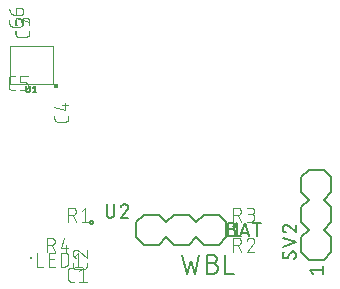
<source format=gbr>
G04 EAGLE Gerber X2 export*
%TF.Part,Single*%
%TF.FileFunction,Legend,Top,1*%
%TF.FilePolarity,Positive*%
%TF.GenerationSoftware,Autodesk,EAGLE,9.1.1*%
%TF.CreationDate,2018-08-02T16:49:24Z*%
G75*
%MOMM*%
%FSLAX34Y34*%
%LPD*%
%AMOC8*
5,1,8,0,0,1.08239X$1,22.5*%
G01*
%ADD10C,0.152400*%
%ADD11C,0.127000*%
%ADD12C,0.076200*%
%ADD13C,0.101600*%
%ADD14R,0.250000X0.250000*%
%ADD15C,0.400000*%


D10*
X1219962Y423418D02*
X1223574Y407162D01*
X1227187Y417999D01*
X1230799Y407162D01*
X1234412Y423418D01*
X1241119Y416193D02*
X1245634Y416193D01*
X1245634Y416194D02*
X1245767Y416192D01*
X1245899Y416186D01*
X1246031Y416176D01*
X1246163Y416163D01*
X1246295Y416145D01*
X1246425Y416124D01*
X1246556Y416099D01*
X1246685Y416070D01*
X1246813Y416037D01*
X1246941Y416001D01*
X1247067Y415961D01*
X1247192Y415917D01*
X1247316Y415869D01*
X1247438Y415818D01*
X1247559Y415763D01*
X1247678Y415705D01*
X1247796Y415643D01*
X1247911Y415578D01*
X1248025Y415509D01*
X1248136Y415438D01*
X1248245Y415362D01*
X1248352Y415284D01*
X1248457Y415203D01*
X1248559Y415118D01*
X1248659Y415031D01*
X1248756Y414941D01*
X1248851Y414848D01*
X1248942Y414752D01*
X1249031Y414654D01*
X1249117Y414553D01*
X1249200Y414449D01*
X1249280Y414343D01*
X1249356Y414235D01*
X1249430Y414125D01*
X1249500Y414012D01*
X1249567Y413898D01*
X1249630Y413781D01*
X1249690Y413663D01*
X1249747Y413543D01*
X1249800Y413421D01*
X1249849Y413298D01*
X1249895Y413174D01*
X1249937Y413048D01*
X1249975Y412921D01*
X1250010Y412793D01*
X1250041Y412664D01*
X1250068Y412535D01*
X1250091Y412404D01*
X1250111Y412273D01*
X1250126Y412141D01*
X1250138Y412009D01*
X1250146Y411877D01*
X1250150Y411744D01*
X1250150Y411612D01*
X1250146Y411479D01*
X1250138Y411347D01*
X1250126Y411215D01*
X1250111Y411083D01*
X1250091Y410952D01*
X1250068Y410821D01*
X1250041Y410692D01*
X1250010Y410563D01*
X1249975Y410435D01*
X1249937Y410308D01*
X1249895Y410182D01*
X1249849Y410058D01*
X1249800Y409935D01*
X1249747Y409813D01*
X1249690Y409693D01*
X1249630Y409575D01*
X1249567Y409458D01*
X1249500Y409344D01*
X1249430Y409231D01*
X1249356Y409121D01*
X1249280Y409013D01*
X1249200Y408907D01*
X1249117Y408803D01*
X1249031Y408702D01*
X1248942Y408604D01*
X1248851Y408508D01*
X1248756Y408415D01*
X1248659Y408325D01*
X1248559Y408238D01*
X1248457Y408153D01*
X1248352Y408072D01*
X1248245Y407994D01*
X1248136Y407918D01*
X1248025Y407847D01*
X1247911Y407778D01*
X1247796Y407713D01*
X1247678Y407651D01*
X1247559Y407593D01*
X1247438Y407538D01*
X1247316Y407487D01*
X1247192Y407439D01*
X1247067Y407395D01*
X1246941Y407355D01*
X1246813Y407319D01*
X1246685Y407286D01*
X1246556Y407257D01*
X1246425Y407232D01*
X1246295Y407211D01*
X1246163Y407193D01*
X1246031Y407180D01*
X1245899Y407170D01*
X1245767Y407164D01*
X1245634Y407162D01*
X1241119Y407162D01*
X1241119Y423418D01*
X1245634Y423418D01*
X1245753Y423416D01*
X1245873Y423410D01*
X1245992Y423400D01*
X1246110Y423386D01*
X1246229Y423369D01*
X1246346Y423347D01*
X1246463Y423322D01*
X1246578Y423292D01*
X1246693Y423259D01*
X1246807Y423222D01*
X1246919Y423182D01*
X1247030Y423137D01*
X1247139Y423089D01*
X1247247Y423038D01*
X1247353Y422983D01*
X1247457Y422924D01*
X1247559Y422862D01*
X1247659Y422797D01*
X1247757Y422728D01*
X1247853Y422656D01*
X1247946Y422581D01*
X1248036Y422504D01*
X1248124Y422423D01*
X1248209Y422339D01*
X1248291Y422252D01*
X1248371Y422163D01*
X1248447Y422071D01*
X1248521Y421977D01*
X1248591Y421880D01*
X1248658Y421782D01*
X1248722Y421681D01*
X1248782Y421577D01*
X1248839Y421472D01*
X1248892Y421365D01*
X1248942Y421257D01*
X1248988Y421147D01*
X1249030Y421035D01*
X1249069Y420922D01*
X1249104Y420808D01*
X1249135Y420693D01*
X1249163Y420576D01*
X1249186Y420459D01*
X1249206Y420342D01*
X1249222Y420223D01*
X1249234Y420104D01*
X1249242Y419985D01*
X1249246Y419866D01*
X1249246Y419746D01*
X1249242Y419627D01*
X1249234Y419508D01*
X1249222Y419389D01*
X1249206Y419270D01*
X1249186Y419153D01*
X1249163Y419036D01*
X1249135Y418919D01*
X1249104Y418804D01*
X1249069Y418690D01*
X1249030Y418577D01*
X1248988Y418465D01*
X1248942Y418355D01*
X1248892Y418247D01*
X1248839Y418140D01*
X1248782Y418035D01*
X1248722Y417931D01*
X1248658Y417830D01*
X1248591Y417732D01*
X1248521Y417635D01*
X1248447Y417541D01*
X1248371Y417449D01*
X1248291Y417360D01*
X1248209Y417273D01*
X1248124Y417189D01*
X1248036Y417108D01*
X1247946Y417031D01*
X1247853Y416956D01*
X1247757Y416884D01*
X1247659Y416815D01*
X1247559Y416750D01*
X1247457Y416688D01*
X1247353Y416629D01*
X1247247Y416574D01*
X1247139Y416523D01*
X1247030Y416475D01*
X1246919Y416430D01*
X1246807Y416390D01*
X1246693Y416353D01*
X1246578Y416320D01*
X1246463Y416290D01*
X1246346Y416265D01*
X1246229Y416243D01*
X1246110Y416226D01*
X1245992Y416212D01*
X1245873Y416202D01*
X1245753Y416196D01*
X1245634Y416194D01*
X1256569Y423418D02*
X1256569Y407162D01*
X1263794Y407162D01*
X1250950Y431800D02*
X1238250Y431800D01*
X1231900Y438150D01*
X1231900Y450850D02*
X1238250Y457200D01*
X1231900Y438150D02*
X1225550Y431800D01*
X1212850Y431800D01*
X1206500Y438150D01*
X1206500Y450850D02*
X1212850Y457200D01*
X1225550Y457200D01*
X1231900Y450850D01*
X1257300Y450850D02*
X1257300Y438150D01*
X1250950Y431800D01*
X1257300Y450850D02*
X1250950Y457200D01*
X1238250Y457200D01*
X1206500Y438150D02*
X1200150Y431800D01*
X1187450Y431800D01*
X1181100Y438150D01*
X1181100Y450850D02*
X1187450Y457200D01*
X1200150Y457200D01*
X1206500Y450850D01*
X1181100Y450850D02*
X1181100Y438150D01*
D11*
X1263015Y447675D02*
X1266190Y450215D01*
X1266190Y438785D01*
X1263015Y438785D02*
X1269365Y438785D01*
X1261872Y445135D02*
X1258697Y445135D01*
X1261872Y445135D02*
X1261983Y445133D01*
X1262093Y445127D01*
X1262204Y445118D01*
X1262314Y445104D01*
X1262423Y445087D01*
X1262532Y445066D01*
X1262640Y445041D01*
X1262747Y445012D01*
X1262853Y444980D01*
X1262958Y444944D01*
X1263061Y444904D01*
X1263163Y444861D01*
X1263264Y444814D01*
X1263363Y444763D01*
X1263460Y444710D01*
X1263554Y444653D01*
X1263647Y444592D01*
X1263738Y444529D01*
X1263827Y444462D01*
X1263913Y444392D01*
X1263996Y444319D01*
X1264078Y444244D01*
X1264156Y444166D01*
X1264231Y444084D01*
X1264304Y444001D01*
X1264374Y443915D01*
X1264441Y443826D01*
X1264504Y443735D01*
X1264565Y443642D01*
X1264622Y443547D01*
X1264675Y443451D01*
X1264726Y443352D01*
X1264773Y443251D01*
X1264816Y443149D01*
X1264856Y443046D01*
X1264892Y442941D01*
X1264924Y442835D01*
X1264953Y442728D01*
X1264978Y442620D01*
X1264999Y442511D01*
X1265016Y442402D01*
X1265030Y442292D01*
X1265039Y442181D01*
X1265045Y442071D01*
X1265047Y441960D01*
X1265045Y441849D01*
X1265039Y441739D01*
X1265030Y441628D01*
X1265016Y441518D01*
X1264999Y441409D01*
X1264978Y441300D01*
X1264953Y441192D01*
X1264924Y441085D01*
X1264892Y440979D01*
X1264856Y440874D01*
X1264816Y440771D01*
X1264773Y440669D01*
X1264726Y440568D01*
X1264675Y440469D01*
X1264622Y440372D01*
X1264565Y440278D01*
X1264504Y440185D01*
X1264441Y440094D01*
X1264374Y440005D01*
X1264304Y439919D01*
X1264231Y439836D01*
X1264156Y439754D01*
X1264078Y439676D01*
X1263996Y439601D01*
X1263913Y439528D01*
X1263827Y439458D01*
X1263738Y439391D01*
X1263647Y439328D01*
X1263554Y439267D01*
X1263460Y439210D01*
X1263363Y439157D01*
X1263264Y439106D01*
X1263163Y439059D01*
X1263061Y439016D01*
X1262958Y438976D01*
X1262853Y438940D01*
X1262747Y438908D01*
X1262640Y438879D01*
X1262532Y438854D01*
X1262423Y438833D01*
X1262314Y438816D01*
X1262204Y438802D01*
X1262093Y438793D01*
X1261983Y438787D01*
X1261872Y438785D01*
X1258697Y438785D01*
X1258697Y450215D01*
X1261872Y450215D01*
X1261972Y450213D01*
X1262071Y450207D01*
X1262171Y450197D01*
X1262269Y450184D01*
X1262368Y450166D01*
X1262465Y450145D01*
X1262561Y450120D01*
X1262657Y450091D01*
X1262751Y450058D01*
X1262844Y450022D01*
X1262935Y449982D01*
X1263025Y449938D01*
X1263113Y449891D01*
X1263199Y449841D01*
X1263283Y449787D01*
X1263365Y449730D01*
X1263444Y449670D01*
X1263522Y449606D01*
X1263596Y449540D01*
X1263668Y449471D01*
X1263737Y449399D01*
X1263803Y449325D01*
X1263867Y449247D01*
X1263927Y449168D01*
X1263984Y449086D01*
X1264038Y449002D01*
X1264088Y448916D01*
X1264135Y448828D01*
X1264179Y448738D01*
X1264219Y448647D01*
X1264255Y448554D01*
X1264288Y448460D01*
X1264317Y448364D01*
X1264342Y448268D01*
X1264363Y448171D01*
X1264381Y448072D01*
X1264394Y447974D01*
X1264404Y447874D01*
X1264410Y447775D01*
X1264412Y447675D01*
X1264410Y447575D01*
X1264404Y447476D01*
X1264394Y447376D01*
X1264381Y447278D01*
X1264363Y447179D01*
X1264342Y447082D01*
X1264317Y446986D01*
X1264288Y446890D01*
X1264255Y446796D01*
X1264219Y446703D01*
X1264179Y446612D01*
X1264135Y446522D01*
X1264088Y446434D01*
X1264038Y446348D01*
X1263984Y446264D01*
X1263927Y446182D01*
X1263867Y446103D01*
X1263803Y446025D01*
X1263737Y445951D01*
X1263668Y445879D01*
X1263596Y445810D01*
X1263522Y445744D01*
X1263444Y445680D01*
X1263365Y445620D01*
X1263283Y445563D01*
X1263199Y445509D01*
X1263113Y445459D01*
X1263025Y445412D01*
X1262935Y445368D01*
X1262844Y445328D01*
X1262751Y445292D01*
X1262657Y445259D01*
X1262561Y445230D01*
X1262465Y445205D01*
X1262368Y445184D01*
X1262269Y445166D01*
X1262171Y445153D01*
X1262071Y445143D01*
X1261972Y445137D01*
X1261872Y445135D01*
X1268921Y438785D02*
X1272731Y450215D01*
X1276541Y438785D01*
X1275588Y441643D02*
X1269873Y441643D01*
X1283399Y438785D02*
X1283399Y450215D01*
X1280224Y450215D02*
X1286574Y450215D01*
D12*
X1128621Y400431D02*
X1125968Y400431D01*
X1125866Y400433D01*
X1125765Y400439D01*
X1125664Y400449D01*
X1125563Y400462D01*
X1125463Y400480D01*
X1125364Y400501D01*
X1125265Y400526D01*
X1125168Y400555D01*
X1125071Y400587D01*
X1124976Y400623D01*
X1124883Y400663D01*
X1124791Y400706D01*
X1124701Y400753D01*
X1124612Y400804D01*
X1124526Y400857D01*
X1124442Y400914D01*
X1124360Y400974D01*
X1124280Y401037D01*
X1124203Y401103D01*
X1124128Y401172D01*
X1124056Y401244D01*
X1123987Y401319D01*
X1123921Y401396D01*
X1123858Y401476D01*
X1123798Y401558D01*
X1123741Y401642D01*
X1123688Y401728D01*
X1123637Y401817D01*
X1123590Y401907D01*
X1123547Y401999D01*
X1123507Y402092D01*
X1123471Y402187D01*
X1123439Y402284D01*
X1123410Y402381D01*
X1123385Y402480D01*
X1123364Y402579D01*
X1123346Y402679D01*
X1123333Y402780D01*
X1123323Y402881D01*
X1123317Y402982D01*
X1123315Y403084D01*
X1123315Y409716D01*
X1123317Y409818D01*
X1123323Y409919D01*
X1123333Y410020D01*
X1123346Y410121D01*
X1123364Y410221D01*
X1123385Y410320D01*
X1123410Y410419D01*
X1123439Y410516D01*
X1123471Y410613D01*
X1123507Y410708D01*
X1123547Y410801D01*
X1123590Y410893D01*
X1123637Y410983D01*
X1123688Y411072D01*
X1123741Y411158D01*
X1123798Y411242D01*
X1123858Y411324D01*
X1123921Y411404D01*
X1123987Y411481D01*
X1124056Y411556D01*
X1124128Y411628D01*
X1124203Y411697D01*
X1124280Y411763D01*
X1124360Y411826D01*
X1124442Y411886D01*
X1124526Y411943D01*
X1124612Y411996D01*
X1124701Y412047D01*
X1124791Y412094D01*
X1124883Y412137D01*
X1124976Y412177D01*
X1125071Y412213D01*
X1125168Y412245D01*
X1125265Y412274D01*
X1125363Y412299D01*
X1125463Y412320D01*
X1125563Y412338D01*
X1125664Y412351D01*
X1125765Y412361D01*
X1125866Y412367D01*
X1125968Y412369D01*
X1128621Y412369D01*
X1132869Y409716D02*
X1136185Y412369D01*
X1136185Y400431D01*
X1132869Y400431D02*
X1139501Y400431D01*
X1139063Y413660D02*
X1139063Y416313D01*
X1139063Y413660D02*
X1139061Y413558D01*
X1139055Y413457D01*
X1139045Y413356D01*
X1139032Y413255D01*
X1139014Y413155D01*
X1138993Y413056D01*
X1138968Y412957D01*
X1138939Y412860D01*
X1138907Y412763D01*
X1138871Y412668D01*
X1138831Y412575D01*
X1138788Y412483D01*
X1138741Y412393D01*
X1138690Y412304D01*
X1138637Y412218D01*
X1138580Y412134D01*
X1138520Y412052D01*
X1138457Y411972D01*
X1138391Y411895D01*
X1138322Y411820D01*
X1138250Y411748D01*
X1138175Y411679D01*
X1138098Y411613D01*
X1138018Y411550D01*
X1137936Y411490D01*
X1137852Y411433D01*
X1137766Y411380D01*
X1137677Y411329D01*
X1137587Y411282D01*
X1137495Y411239D01*
X1137402Y411199D01*
X1137307Y411163D01*
X1137210Y411131D01*
X1137113Y411102D01*
X1137014Y411077D01*
X1136915Y411056D01*
X1136815Y411038D01*
X1136714Y411025D01*
X1136613Y411015D01*
X1136512Y411009D01*
X1136410Y411007D01*
X1129778Y411007D01*
X1129676Y411009D01*
X1129575Y411015D01*
X1129474Y411025D01*
X1129373Y411038D01*
X1129273Y411056D01*
X1129174Y411077D01*
X1129075Y411102D01*
X1128978Y411131D01*
X1128881Y411163D01*
X1128786Y411199D01*
X1128693Y411239D01*
X1128601Y411282D01*
X1128511Y411329D01*
X1128422Y411380D01*
X1128336Y411433D01*
X1128252Y411490D01*
X1128170Y411550D01*
X1128090Y411613D01*
X1128013Y411679D01*
X1127938Y411748D01*
X1127866Y411820D01*
X1127797Y411895D01*
X1127731Y411972D01*
X1127668Y412052D01*
X1127608Y412134D01*
X1127551Y412218D01*
X1127498Y412304D01*
X1127447Y412393D01*
X1127400Y412483D01*
X1127357Y412575D01*
X1127317Y412668D01*
X1127281Y412763D01*
X1127249Y412859D01*
X1127220Y412957D01*
X1127195Y413055D01*
X1127174Y413155D01*
X1127156Y413255D01*
X1127143Y413356D01*
X1127133Y413457D01*
X1127127Y413558D01*
X1127125Y413660D01*
X1127125Y416313D01*
X1127125Y424209D02*
X1127127Y424316D01*
X1127133Y424422D01*
X1127142Y424528D01*
X1127155Y424634D01*
X1127172Y424739D01*
X1127193Y424844D01*
X1127218Y424947D01*
X1127246Y425050D01*
X1127278Y425152D01*
X1127313Y425252D01*
X1127352Y425351D01*
X1127395Y425449D01*
X1127441Y425545D01*
X1127490Y425640D01*
X1127543Y425732D01*
X1127599Y425823D01*
X1127658Y425911D01*
X1127720Y425998D01*
X1127786Y426082D01*
X1127854Y426164D01*
X1127925Y426243D01*
X1127999Y426320D01*
X1128076Y426394D01*
X1128155Y426465D01*
X1128237Y426533D01*
X1128321Y426599D01*
X1128408Y426661D01*
X1128496Y426720D01*
X1128587Y426776D01*
X1128679Y426829D01*
X1128774Y426878D01*
X1128870Y426924D01*
X1128968Y426967D01*
X1129067Y427006D01*
X1129167Y427041D01*
X1129269Y427073D01*
X1129372Y427101D01*
X1129475Y427126D01*
X1129580Y427147D01*
X1129685Y427164D01*
X1129791Y427177D01*
X1129897Y427186D01*
X1130003Y427192D01*
X1130110Y427194D01*
X1127125Y424209D02*
X1127127Y424088D01*
X1127133Y423968D01*
X1127142Y423848D01*
X1127155Y423728D01*
X1127172Y423609D01*
X1127193Y423490D01*
X1127217Y423372D01*
X1127246Y423255D01*
X1127277Y423139D01*
X1127313Y423023D01*
X1127352Y422909D01*
X1127395Y422797D01*
X1127441Y422685D01*
X1127490Y422575D01*
X1127544Y422467D01*
X1127600Y422361D01*
X1127660Y422256D01*
X1127723Y422153D01*
X1127789Y422053D01*
X1127858Y421954D01*
X1127931Y421858D01*
X1128006Y421764D01*
X1128084Y421672D01*
X1128166Y421583D01*
X1128250Y421496D01*
X1128336Y421412D01*
X1128425Y421331D01*
X1128517Y421253D01*
X1128611Y421178D01*
X1128708Y421106D01*
X1128806Y421036D01*
X1128907Y420970D01*
X1129010Y420907D01*
X1129115Y420848D01*
X1129221Y420791D01*
X1129330Y420738D01*
X1129439Y420689D01*
X1129551Y420643D01*
X1129664Y420600D01*
X1129778Y420562D01*
X1132432Y426199D02*
X1132352Y426279D01*
X1132270Y426357D01*
X1132186Y426431D01*
X1132098Y426503D01*
X1132009Y426571D01*
X1131916Y426637D01*
X1131822Y426699D01*
X1131726Y426757D01*
X1131627Y426812D01*
X1131527Y426864D01*
X1131425Y426912D01*
X1131321Y426957D01*
X1131216Y426997D01*
X1131109Y427034D01*
X1131001Y427068D01*
X1130892Y427097D01*
X1130782Y427123D01*
X1130671Y427144D01*
X1130560Y427162D01*
X1130448Y427176D01*
X1130336Y427186D01*
X1130223Y427192D01*
X1130110Y427194D01*
X1132431Y426198D02*
X1139063Y420561D01*
X1139063Y427193D01*
D13*
X1090346Y610420D02*
X1090346Y613017D01*
X1090346Y610420D02*
X1090344Y610321D01*
X1090338Y610221D01*
X1090329Y610122D01*
X1090316Y610024D01*
X1090299Y609926D01*
X1090278Y609828D01*
X1090253Y609732D01*
X1090225Y609637D01*
X1090193Y609543D01*
X1090158Y609450D01*
X1090119Y609358D01*
X1090076Y609268D01*
X1090031Y609180D01*
X1089981Y609093D01*
X1089929Y609009D01*
X1089873Y608926D01*
X1089815Y608846D01*
X1089753Y608768D01*
X1089688Y608693D01*
X1089620Y608620D01*
X1089550Y608550D01*
X1089477Y608482D01*
X1089402Y608417D01*
X1089324Y608355D01*
X1089244Y608297D01*
X1089161Y608241D01*
X1089077Y608189D01*
X1088990Y608139D01*
X1088902Y608094D01*
X1088812Y608051D01*
X1088720Y608012D01*
X1088627Y607977D01*
X1088533Y607945D01*
X1088438Y607917D01*
X1088342Y607892D01*
X1088244Y607871D01*
X1088146Y607854D01*
X1088048Y607841D01*
X1087949Y607832D01*
X1087849Y607826D01*
X1087750Y607824D01*
X1081258Y607824D01*
X1081159Y607826D01*
X1081059Y607832D01*
X1080960Y607841D01*
X1080862Y607854D01*
X1080764Y607872D01*
X1080666Y607892D01*
X1080570Y607917D01*
X1080474Y607945D01*
X1080380Y607977D01*
X1080287Y608012D01*
X1080196Y608051D01*
X1080106Y608094D01*
X1080017Y608139D01*
X1079931Y608189D01*
X1079846Y608241D01*
X1079764Y608297D01*
X1079684Y608356D01*
X1079606Y608417D01*
X1079530Y608482D01*
X1079457Y608550D01*
X1079387Y608620D01*
X1079319Y608693D01*
X1079254Y608769D01*
X1079193Y608847D01*
X1079134Y608927D01*
X1079078Y609009D01*
X1079026Y609094D01*
X1078977Y609180D01*
X1078931Y609269D01*
X1078888Y609359D01*
X1078849Y609450D01*
X1078814Y609543D01*
X1078782Y609637D01*
X1078754Y609733D01*
X1078729Y609829D01*
X1078709Y609927D01*
X1078691Y610025D01*
X1078678Y610123D01*
X1078669Y610222D01*
X1078663Y610321D01*
X1078661Y610421D01*
X1078662Y610420D02*
X1078662Y613017D01*
X1090346Y617382D02*
X1090346Y620628D01*
X1090344Y620741D01*
X1090338Y620854D01*
X1090328Y620967D01*
X1090314Y621080D01*
X1090297Y621192D01*
X1090275Y621303D01*
X1090250Y621413D01*
X1090220Y621523D01*
X1090187Y621631D01*
X1090150Y621738D01*
X1090110Y621844D01*
X1090065Y621948D01*
X1090017Y622051D01*
X1089966Y622152D01*
X1089911Y622251D01*
X1089853Y622348D01*
X1089791Y622443D01*
X1089726Y622536D01*
X1089658Y622626D01*
X1089587Y622714D01*
X1089512Y622800D01*
X1089435Y622883D01*
X1089355Y622963D01*
X1089272Y623040D01*
X1089186Y623115D01*
X1089098Y623186D01*
X1089008Y623254D01*
X1088915Y623319D01*
X1088820Y623381D01*
X1088723Y623439D01*
X1088624Y623494D01*
X1088523Y623545D01*
X1088420Y623593D01*
X1088316Y623638D01*
X1088210Y623678D01*
X1088103Y623715D01*
X1087995Y623748D01*
X1087885Y623778D01*
X1087775Y623803D01*
X1087664Y623825D01*
X1087552Y623842D01*
X1087439Y623856D01*
X1087326Y623866D01*
X1087213Y623872D01*
X1087100Y623874D01*
X1086987Y623872D01*
X1086874Y623866D01*
X1086761Y623856D01*
X1086648Y623842D01*
X1086536Y623825D01*
X1086425Y623803D01*
X1086315Y623778D01*
X1086205Y623748D01*
X1086097Y623715D01*
X1085990Y623678D01*
X1085884Y623638D01*
X1085780Y623593D01*
X1085677Y623545D01*
X1085576Y623494D01*
X1085477Y623439D01*
X1085380Y623381D01*
X1085285Y623319D01*
X1085192Y623254D01*
X1085102Y623186D01*
X1085014Y623115D01*
X1084928Y623040D01*
X1084845Y622963D01*
X1084765Y622883D01*
X1084688Y622800D01*
X1084613Y622714D01*
X1084542Y622626D01*
X1084474Y622536D01*
X1084409Y622443D01*
X1084347Y622348D01*
X1084289Y622251D01*
X1084234Y622152D01*
X1084183Y622051D01*
X1084135Y621948D01*
X1084090Y621844D01*
X1084050Y621738D01*
X1084013Y621631D01*
X1083980Y621523D01*
X1083950Y621413D01*
X1083925Y621303D01*
X1083903Y621192D01*
X1083886Y621080D01*
X1083872Y620967D01*
X1083862Y620854D01*
X1083856Y620741D01*
X1083854Y620628D01*
X1078662Y621277D02*
X1078662Y617382D01*
X1078662Y621277D02*
X1078664Y621378D01*
X1078670Y621478D01*
X1078680Y621578D01*
X1078693Y621678D01*
X1078711Y621777D01*
X1078732Y621876D01*
X1078757Y621973D01*
X1078786Y622070D01*
X1078819Y622165D01*
X1078855Y622259D01*
X1078895Y622351D01*
X1078938Y622442D01*
X1078985Y622531D01*
X1079035Y622618D01*
X1079089Y622704D01*
X1079146Y622787D01*
X1079206Y622867D01*
X1079269Y622946D01*
X1079336Y623022D01*
X1079405Y623095D01*
X1079477Y623165D01*
X1079551Y623233D01*
X1079628Y623298D01*
X1079708Y623359D01*
X1079790Y623418D01*
X1079874Y623473D01*
X1079960Y623525D01*
X1080048Y623574D01*
X1080138Y623619D01*
X1080230Y623661D01*
X1080323Y623699D01*
X1080418Y623733D01*
X1080513Y623764D01*
X1080610Y623791D01*
X1080708Y623814D01*
X1080807Y623834D01*
X1080907Y623849D01*
X1081007Y623861D01*
X1081107Y623869D01*
X1081208Y623873D01*
X1081308Y623873D01*
X1081409Y623869D01*
X1081509Y623861D01*
X1081609Y623849D01*
X1081709Y623834D01*
X1081808Y623814D01*
X1081906Y623791D01*
X1082003Y623764D01*
X1082098Y623733D01*
X1082193Y623699D01*
X1082286Y623661D01*
X1082378Y623619D01*
X1082468Y623574D01*
X1082556Y623525D01*
X1082642Y623473D01*
X1082726Y623418D01*
X1082808Y623359D01*
X1082888Y623298D01*
X1082965Y623233D01*
X1083039Y623165D01*
X1083111Y623095D01*
X1083180Y623022D01*
X1083247Y622946D01*
X1083310Y622867D01*
X1083370Y622787D01*
X1083427Y622704D01*
X1083481Y622618D01*
X1083531Y622531D01*
X1083578Y622442D01*
X1083621Y622351D01*
X1083661Y622259D01*
X1083697Y622165D01*
X1083730Y622070D01*
X1083759Y621973D01*
X1083784Y621876D01*
X1083805Y621777D01*
X1083823Y621678D01*
X1083836Y621578D01*
X1083846Y621478D01*
X1083852Y621378D01*
X1083854Y621277D01*
X1083855Y621277D02*
X1083855Y618680D01*
X1123442Y541086D02*
X1123442Y538489D01*
X1123440Y538390D01*
X1123434Y538290D01*
X1123425Y538191D01*
X1123412Y538093D01*
X1123395Y537995D01*
X1123374Y537897D01*
X1123349Y537801D01*
X1123321Y537706D01*
X1123289Y537612D01*
X1123254Y537519D01*
X1123215Y537427D01*
X1123172Y537337D01*
X1123127Y537249D01*
X1123077Y537162D01*
X1123025Y537078D01*
X1122969Y536995D01*
X1122911Y536915D01*
X1122849Y536837D01*
X1122784Y536762D01*
X1122716Y536689D01*
X1122646Y536619D01*
X1122573Y536551D01*
X1122498Y536486D01*
X1122420Y536424D01*
X1122340Y536366D01*
X1122257Y536310D01*
X1122173Y536258D01*
X1122086Y536208D01*
X1121998Y536163D01*
X1121908Y536120D01*
X1121816Y536081D01*
X1121723Y536046D01*
X1121629Y536014D01*
X1121534Y535986D01*
X1121438Y535961D01*
X1121340Y535940D01*
X1121242Y535923D01*
X1121144Y535910D01*
X1121045Y535901D01*
X1120945Y535895D01*
X1120846Y535893D01*
X1114354Y535893D01*
X1114354Y535892D02*
X1114255Y535894D01*
X1114155Y535900D01*
X1114056Y535909D01*
X1113958Y535922D01*
X1113860Y535940D01*
X1113762Y535960D01*
X1113666Y535985D01*
X1113570Y536013D01*
X1113476Y536045D01*
X1113383Y536080D01*
X1113292Y536119D01*
X1113202Y536162D01*
X1113113Y536207D01*
X1113027Y536257D01*
X1112942Y536309D01*
X1112860Y536365D01*
X1112780Y536424D01*
X1112702Y536485D01*
X1112626Y536550D01*
X1112553Y536618D01*
X1112483Y536688D01*
X1112415Y536761D01*
X1112350Y536837D01*
X1112289Y536915D01*
X1112230Y536995D01*
X1112174Y537077D01*
X1112122Y537162D01*
X1112073Y537248D01*
X1112027Y537337D01*
X1111984Y537427D01*
X1111945Y537518D01*
X1111910Y537611D01*
X1111878Y537705D01*
X1111850Y537801D01*
X1111825Y537897D01*
X1111805Y537995D01*
X1111787Y538093D01*
X1111774Y538191D01*
X1111765Y538290D01*
X1111759Y538389D01*
X1111757Y538489D01*
X1111758Y538489D02*
X1111758Y541086D01*
X1111758Y548047D02*
X1120846Y545451D01*
X1120846Y551942D01*
X1118249Y549995D02*
X1123442Y549995D01*
X1078220Y562862D02*
X1075623Y562862D01*
X1075524Y562864D01*
X1075424Y562870D01*
X1075325Y562879D01*
X1075227Y562892D01*
X1075129Y562909D01*
X1075031Y562930D01*
X1074935Y562955D01*
X1074840Y562983D01*
X1074746Y563015D01*
X1074653Y563050D01*
X1074561Y563089D01*
X1074471Y563132D01*
X1074383Y563177D01*
X1074296Y563227D01*
X1074212Y563279D01*
X1074129Y563335D01*
X1074049Y563393D01*
X1073971Y563455D01*
X1073896Y563520D01*
X1073823Y563588D01*
X1073753Y563658D01*
X1073685Y563731D01*
X1073620Y563806D01*
X1073558Y563884D01*
X1073500Y563964D01*
X1073444Y564047D01*
X1073392Y564131D01*
X1073342Y564218D01*
X1073297Y564306D01*
X1073254Y564396D01*
X1073215Y564488D01*
X1073180Y564581D01*
X1073148Y564675D01*
X1073120Y564770D01*
X1073095Y564866D01*
X1073074Y564964D01*
X1073057Y565062D01*
X1073044Y565160D01*
X1073035Y565259D01*
X1073029Y565359D01*
X1073027Y565458D01*
X1073027Y571950D01*
X1073029Y572049D01*
X1073035Y572149D01*
X1073044Y572248D01*
X1073057Y572346D01*
X1073074Y572444D01*
X1073095Y572542D01*
X1073120Y572638D01*
X1073148Y572733D01*
X1073180Y572827D01*
X1073215Y572920D01*
X1073254Y573012D01*
X1073297Y573102D01*
X1073342Y573190D01*
X1073392Y573277D01*
X1073444Y573361D01*
X1073500Y573444D01*
X1073558Y573524D01*
X1073620Y573602D01*
X1073685Y573677D01*
X1073753Y573750D01*
X1073823Y573820D01*
X1073896Y573888D01*
X1073971Y573953D01*
X1074049Y574015D01*
X1074129Y574073D01*
X1074212Y574129D01*
X1074296Y574181D01*
X1074383Y574231D01*
X1074471Y574276D01*
X1074561Y574319D01*
X1074653Y574358D01*
X1074745Y574393D01*
X1074840Y574425D01*
X1074935Y574453D01*
X1075031Y574478D01*
X1075129Y574499D01*
X1075227Y574516D01*
X1075325Y574529D01*
X1075424Y574538D01*
X1075524Y574544D01*
X1075623Y574546D01*
X1078220Y574546D01*
X1082585Y562862D02*
X1086480Y562862D01*
X1086579Y562864D01*
X1086679Y562870D01*
X1086778Y562879D01*
X1086876Y562892D01*
X1086974Y562909D01*
X1087072Y562930D01*
X1087168Y562955D01*
X1087263Y562983D01*
X1087357Y563015D01*
X1087450Y563050D01*
X1087542Y563089D01*
X1087632Y563132D01*
X1087720Y563177D01*
X1087807Y563227D01*
X1087891Y563279D01*
X1087974Y563335D01*
X1088054Y563393D01*
X1088132Y563455D01*
X1088207Y563520D01*
X1088280Y563588D01*
X1088350Y563658D01*
X1088418Y563731D01*
X1088483Y563806D01*
X1088545Y563884D01*
X1088603Y563964D01*
X1088659Y564047D01*
X1088711Y564131D01*
X1088761Y564218D01*
X1088806Y564306D01*
X1088849Y564396D01*
X1088888Y564488D01*
X1088923Y564581D01*
X1088955Y564675D01*
X1088983Y564770D01*
X1089008Y564866D01*
X1089029Y564964D01*
X1089046Y565062D01*
X1089059Y565160D01*
X1089068Y565259D01*
X1089074Y565359D01*
X1089076Y565458D01*
X1089076Y566757D01*
X1089074Y566856D01*
X1089068Y566956D01*
X1089059Y567055D01*
X1089046Y567153D01*
X1089029Y567251D01*
X1089008Y567349D01*
X1088983Y567445D01*
X1088955Y567540D01*
X1088923Y567634D01*
X1088888Y567727D01*
X1088849Y567819D01*
X1088806Y567909D01*
X1088761Y567997D01*
X1088711Y568084D01*
X1088659Y568168D01*
X1088603Y568251D01*
X1088545Y568331D01*
X1088483Y568409D01*
X1088418Y568484D01*
X1088350Y568557D01*
X1088280Y568627D01*
X1088207Y568695D01*
X1088132Y568760D01*
X1088054Y568822D01*
X1087974Y568880D01*
X1087891Y568936D01*
X1087807Y568988D01*
X1087720Y569038D01*
X1087632Y569083D01*
X1087542Y569126D01*
X1087450Y569165D01*
X1087357Y569200D01*
X1087263Y569232D01*
X1087168Y569260D01*
X1087072Y569285D01*
X1086974Y569306D01*
X1086876Y569323D01*
X1086778Y569336D01*
X1086679Y569345D01*
X1086579Y569351D01*
X1086480Y569353D01*
X1082585Y569353D01*
X1082585Y574546D01*
X1089076Y574546D01*
X1085342Y619054D02*
X1085342Y621651D01*
X1085342Y619054D02*
X1085340Y618955D01*
X1085334Y618855D01*
X1085325Y618756D01*
X1085312Y618658D01*
X1085295Y618560D01*
X1085274Y618462D01*
X1085249Y618366D01*
X1085221Y618271D01*
X1085189Y618177D01*
X1085154Y618084D01*
X1085115Y617992D01*
X1085072Y617902D01*
X1085027Y617814D01*
X1084977Y617727D01*
X1084925Y617643D01*
X1084869Y617560D01*
X1084811Y617480D01*
X1084749Y617402D01*
X1084684Y617327D01*
X1084616Y617254D01*
X1084546Y617184D01*
X1084473Y617116D01*
X1084398Y617051D01*
X1084320Y616989D01*
X1084240Y616931D01*
X1084157Y616875D01*
X1084073Y616823D01*
X1083986Y616773D01*
X1083898Y616728D01*
X1083808Y616685D01*
X1083716Y616646D01*
X1083623Y616611D01*
X1083529Y616579D01*
X1083434Y616551D01*
X1083338Y616526D01*
X1083240Y616505D01*
X1083142Y616488D01*
X1083044Y616475D01*
X1082945Y616466D01*
X1082845Y616460D01*
X1082746Y616458D01*
X1076254Y616458D01*
X1076155Y616460D01*
X1076055Y616466D01*
X1075956Y616475D01*
X1075858Y616488D01*
X1075760Y616506D01*
X1075662Y616526D01*
X1075566Y616551D01*
X1075470Y616579D01*
X1075376Y616611D01*
X1075283Y616646D01*
X1075192Y616685D01*
X1075102Y616728D01*
X1075013Y616773D01*
X1074927Y616823D01*
X1074842Y616875D01*
X1074760Y616931D01*
X1074680Y616990D01*
X1074602Y617051D01*
X1074526Y617116D01*
X1074453Y617184D01*
X1074383Y617254D01*
X1074315Y617327D01*
X1074250Y617403D01*
X1074189Y617481D01*
X1074130Y617561D01*
X1074074Y617643D01*
X1074022Y617728D01*
X1073973Y617814D01*
X1073927Y617903D01*
X1073884Y617993D01*
X1073845Y618084D01*
X1073810Y618177D01*
X1073778Y618271D01*
X1073750Y618367D01*
X1073725Y618463D01*
X1073705Y618561D01*
X1073687Y618659D01*
X1073674Y618757D01*
X1073665Y618856D01*
X1073659Y618955D01*
X1073657Y619055D01*
X1073658Y619054D02*
X1073658Y621651D01*
X1078851Y626016D02*
X1078851Y629911D01*
X1078853Y630010D01*
X1078859Y630110D01*
X1078868Y630209D01*
X1078881Y630307D01*
X1078898Y630405D01*
X1078919Y630503D01*
X1078944Y630599D01*
X1078972Y630694D01*
X1079004Y630788D01*
X1079039Y630881D01*
X1079078Y630973D01*
X1079121Y631063D01*
X1079166Y631151D01*
X1079216Y631238D01*
X1079268Y631322D01*
X1079324Y631405D01*
X1079382Y631485D01*
X1079444Y631563D01*
X1079509Y631638D01*
X1079577Y631711D01*
X1079647Y631781D01*
X1079720Y631849D01*
X1079795Y631914D01*
X1079873Y631976D01*
X1079953Y632034D01*
X1080036Y632090D01*
X1080120Y632142D01*
X1080207Y632192D01*
X1080295Y632237D01*
X1080385Y632280D01*
X1080477Y632319D01*
X1080570Y632354D01*
X1080664Y632386D01*
X1080759Y632414D01*
X1080855Y632439D01*
X1080953Y632460D01*
X1081051Y632477D01*
X1081149Y632490D01*
X1081248Y632499D01*
X1081348Y632505D01*
X1081447Y632507D01*
X1082096Y632507D01*
X1082096Y632508D02*
X1082209Y632506D01*
X1082322Y632500D01*
X1082435Y632490D01*
X1082548Y632476D01*
X1082660Y632459D01*
X1082771Y632437D01*
X1082881Y632412D01*
X1082991Y632382D01*
X1083099Y632349D01*
X1083206Y632312D01*
X1083312Y632272D01*
X1083416Y632227D01*
X1083519Y632179D01*
X1083620Y632128D01*
X1083719Y632073D01*
X1083816Y632015D01*
X1083911Y631953D01*
X1084004Y631888D01*
X1084094Y631820D01*
X1084182Y631749D01*
X1084268Y631674D01*
X1084351Y631597D01*
X1084431Y631517D01*
X1084508Y631434D01*
X1084583Y631348D01*
X1084654Y631260D01*
X1084722Y631170D01*
X1084787Y631077D01*
X1084849Y630982D01*
X1084907Y630885D01*
X1084962Y630786D01*
X1085013Y630685D01*
X1085061Y630582D01*
X1085106Y630478D01*
X1085146Y630372D01*
X1085183Y630265D01*
X1085216Y630157D01*
X1085246Y630047D01*
X1085271Y629937D01*
X1085293Y629826D01*
X1085310Y629714D01*
X1085324Y629601D01*
X1085334Y629488D01*
X1085340Y629375D01*
X1085342Y629262D01*
X1085340Y629149D01*
X1085334Y629036D01*
X1085324Y628923D01*
X1085310Y628810D01*
X1085293Y628698D01*
X1085271Y628587D01*
X1085246Y628477D01*
X1085216Y628367D01*
X1085183Y628259D01*
X1085146Y628152D01*
X1085106Y628046D01*
X1085061Y627942D01*
X1085013Y627839D01*
X1084962Y627738D01*
X1084907Y627639D01*
X1084849Y627542D01*
X1084787Y627447D01*
X1084722Y627354D01*
X1084654Y627264D01*
X1084583Y627176D01*
X1084508Y627090D01*
X1084431Y627007D01*
X1084351Y626927D01*
X1084268Y626850D01*
X1084182Y626775D01*
X1084094Y626704D01*
X1084004Y626636D01*
X1083911Y626571D01*
X1083816Y626509D01*
X1083719Y626451D01*
X1083620Y626396D01*
X1083519Y626345D01*
X1083416Y626297D01*
X1083312Y626252D01*
X1083206Y626212D01*
X1083099Y626175D01*
X1082991Y626142D01*
X1082881Y626112D01*
X1082771Y626087D01*
X1082660Y626065D01*
X1082548Y626048D01*
X1082435Y626034D01*
X1082322Y626024D01*
X1082209Y626018D01*
X1082096Y626016D01*
X1078851Y626016D01*
X1078708Y626018D01*
X1078565Y626024D01*
X1078422Y626034D01*
X1078280Y626048D01*
X1078138Y626065D01*
X1077996Y626087D01*
X1077855Y626112D01*
X1077715Y626142D01*
X1077576Y626175D01*
X1077438Y626212D01*
X1077301Y626253D01*
X1077165Y626297D01*
X1077030Y626346D01*
X1076897Y626398D01*
X1076765Y626453D01*
X1076635Y626513D01*
X1076506Y626576D01*
X1076379Y626642D01*
X1076255Y626712D01*
X1076132Y626785D01*
X1076011Y626862D01*
X1075892Y626941D01*
X1075776Y627025D01*
X1075661Y627111D01*
X1075550Y627200D01*
X1075441Y627293D01*
X1075334Y627388D01*
X1075230Y627487D01*
X1075129Y627588D01*
X1075030Y627692D01*
X1074935Y627798D01*
X1074842Y627908D01*
X1074753Y628019D01*
X1074667Y628133D01*
X1074584Y628250D01*
X1074504Y628369D01*
X1074427Y628490D01*
X1074354Y628612D01*
X1074284Y628737D01*
X1074218Y628864D01*
X1074155Y628993D01*
X1074095Y629123D01*
X1074040Y629255D01*
X1073988Y629388D01*
X1073939Y629523D01*
X1073895Y629659D01*
X1073854Y629796D01*
X1073817Y629934D01*
X1073784Y630073D01*
X1073754Y630213D01*
X1073729Y630354D01*
X1073707Y630496D01*
X1073690Y630638D01*
X1073676Y630780D01*
X1073666Y630923D01*
X1073660Y631066D01*
X1073658Y631209D01*
X1090498Y613017D02*
X1090498Y610420D01*
X1090496Y610321D01*
X1090490Y610221D01*
X1090481Y610122D01*
X1090468Y610024D01*
X1090451Y609926D01*
X1090430Y609828D01*
X1090405Y609732D01*
X1090377Y609637D01*
X1090345Y609543D01*
X1090310Y609450D01*
X1090271Y609358D01*
X1090228Y609268D01*
X1090183Y609180D01*
X1090133Y609093D01*
X1090081Y609009D01*
X1090025Y608926D01*
X1089967Y608846D01*
X1089905Y608768D01*
X1089840Y608693D01*
X1089772Y608620D01*
X1089702Y608550D01*
X1089629Y608482D01*
X1089554Y608417D01*
X1089476Y608355D01*
X1089396Y608297D01*
X1089313Y608241D01*
X1089229Y608189D01*
X1089142Y608139D01*
X1089054Y608094D01*
X1088964Y608051D01*
X1088872Y608012D01*
X1088779Y607977D01*
X1088685Y607945D01*
X1088590Y607917D01*
X1088494Y607892D01*
X1088396Y607871D01*
X1088298Y607854D01*
X1088200Y607841D01*
X1088101Y607832D01*
X1088001Y607826D01*
X1087902Y607824D01*
X1081410Y607824D01*
X1081311Y607826D01*
X1081211Y607832D01*
X1081112Y607841D01*
X1081014Y607854D01*
X1080916Y607872D01*
X1080818Y607892D01*
X1080722Y607917D01*
X1080626Y607945D01*
X1080532Y607977D01*
X1080439Y608012D01*
X1080348Y608051D01*
X1080258Y608094D01*
X1080169Y608139D01*
X1080083Y608189D01*
X1079998Y608241D01*
X1079916Y608297D01*
X1079836Y608356D01*
X1079758Y608417D01*
X1079682Y608482D01*
X1079609Y608550D01*
X1079539Y608620D01*
X1079471Y608693D01*
X1079406Y608769D01*
X1079345Y608847D01*
X1079286Y608927D01*
X1079230Y609009D01*
X1079178Y609094D01*
X1079129Y609180D01*
X1079083Y609269D01*
X1079040Y609359D01*
X1079001Y609450D01*
X1078966Y609543D01*
X1078934Y609637D01*
X1078906Y609733D01*
X1078881Y609829D01*
X1078861Y609927D01*
X1078843Y610025D01*
X1078830Y610123D01*
X1078821Y610222D01*
X1078815Y610321D01*
X1078813Y610421D01*
X1078814Y610420D02*
X1078814Y613017D01*
X1078814Y617382D02*
X1080112Y617382D01*
X1078814Y617382D02*
X1078814Y623873D01*
X1090498Y620628D01*
D14*
X1092200Y420350D03*
D13*
X1097216Y424942D02*
X1097216Y413258D01*
X1102409Y413258D01*
X1107122Y413258D02*
X1112315Y413258D01*
X1107122Y413258D02*
X1107122Y424942D01*
X1112315Y424942D01*
X1111017Y419749D02*
X1107122Y419749D01*
X1117005Y424942D02*
X1117005Y413258D01*
X1117005Y424942D02*
X1120251Y424942D01*
X1120364Y424940D01*
X1120477Y424934D01*
X1120590Y424924D01*
X1120703Y424910D01*
X1120815Y424893D01*
X1120926Y424871D01*
X1121036Y424846D01*
X1121146Y424816D01*
X1121254Y424783D01*
X1121361Y424746D01*
X1121467Y424706D01*
X1121571Y424661D01*
X1121674Y424613D01*
X1121775Y424562D01*
X1121874Y424507D01*
X1121971Y424449D01*
X1122066Y424387D01*
X1122159Y424322D01*
X1122249Y424254D01*
X1122337Y424183D01*
X1122423Y424108D01*
X1122506Y424031D01*
X1122586Y423951D01*
X1122663Y423868D01*
X1122738Y423782D01*
X1122809Y423694D01*
X1122877Y423604D01*
X1122942Y423511D01*
X1123004Y423416D01*
X1123062Y423319D01*
X1123117Y423220D01*
X1123168Y423119D01*
X1123216Y423016D01*
X1123261Y422912D01*
X1123301Y422806D01*
X1123338Y422699D01*
X1123371Y422591D01*
X1123401Y422481D01*
X1123426Y422371D01*
X1123448Y422260D01*
X1123465Y422148D01*
X1123479Y422035D01*
X1123489Y421922D01*
X1123495Y421809D01*
X1123497Y421696D01*
X1123497Y416504D01*
X1123495Y416391D01*
X1123489Y416278D01*
X1123479Y416165D01*
X1123465Y416052D01*
X1123448Y415940D01*
X1123426Y415829D01*
X1123401Y415719D01*
X1123371Y415609D01*
X1123338Y415501D01*
X1123301Y415394D01*
X1123261Y415288D01*
X1123216Y415184D01*
X1123168Y415081D01*
X1123117Y414980D01*
X1123062Y414881D01*
X1123004Y414784D01*
X1122942Y414689D01*
X1122877Y414596D01*
X1122809Y414506D01*
X1122738Y414418D01*
X1122663Y414332D01*
X1122586Y414249D01*
X1122506Y414169D01*
X1122423Y414092D01*
X1122337Y414017D01*
X1122249Y413946D01*
X1122159Y413878D01*
X1122066Y413813D01*
X1121971Y413751D01*
X1121874Y413693D01*
X1121775Y413638D01*
X1121674Y413587D01*
X1121571Y413539D01*
X1121467Y413494D01*
X1121361Y413454D01*
X1121254Y413417D01*
X1121146Y413384D01*
X1121036Y413354D01*
X1120926Y413329D01*
X1120815Y413307D01*
X1120703Y413290D01*
X1120590Y413276D01*
X1120477Y413266D01*
X1120364Y413260D01*
X1120251Y413258D01*
X1117005Y413258D01*
X1128816Y422346D02*
X1132062Y424942D01*
X1132062Y413258D01*
X1135307Y413258D02*
X1128816Y413258D01*
D12*
X1123315Y451231D02*
X1123315Y463169D01*
X1126631Y463169D01*
X1126745Y463167D01*
X1126860Y463161D01*
X1126974Y463151D01*
X1127087Y463137D01*
X1127201Y463120D01*
X1127313Y463098D01*
X1127425Y463073D01*
X1127535Y463043D01*
X1127645Y463010D01*
X1127753Y462973D01*
X1127860Y462933D01*
X1127966Y462888D01*
X1128070Y462841D01*
X1128172Y462789D01*
X1128272Y462734D01*
X1128371Y462676D01*
X1128467Y462614D01*
X1128562Y462549D01*
X1128653Y462481D01*
X1128743Y462409D01*
X1128830Y462335D01*
X1128914Y462258D01*
X1128996Y462177D01*
X1129075Y462094D01*
X1129151Y462009D01*
X1129224Y461920D01*
X1129293Y461830D01*
X1129360Y461737D01*
X1129423Y461641D01*
X1129483Y461544D01*
X1129540Y461444D01*
X1129593Y461343D01*
X1129643Y461240D01*
X1129689Y461135D01*
X1129732Y461029D01*
X1129770Y460921D01*
X1129805Y460812D01*
X1129836Y460702D01*
X1129864Y460591D01*
X1129887Y460479D01*
X1129907Y460366D01*
X1129923Y460253D01*
X1129935Y460139D01*
X1129943Y460025D01*
X1129947Y459910D01*
X1129947Y459796D01*
X1129943Y459681D01*
X1129935Y459567D01*
X1129923Y459453D01*
X1129907Y459340D01*
X1129887Y459227D01*
X1129864Y459115D01*
X1129836Y459004D01*
X1129805Y458894D01*
X1129770Y458785D01*
X1129732Y458677D01*
X1129689Y458571D01*
X1129643Y458466D01*
X1129593Y458363D01*
X1129540Y458262D01*
X1129483Y458162D01*
X1129423Y458065D01*
X1129360Y457969D01*
X1129293Y457876D01*
X1129224Y457786D01*
X1129151Y457697D01*
X1129075Y457612D01*
X1128996Y457529D01*
X1128914Y457448D01*
X1128830Y457371D01*
X1128743Y457297D01*
X1128653Y457225D01*
X1128562Y457157D01*
X1128467Y457092D01*
X1128371Y457030D01*
X1128272Y456972D01*
X1128172Y456917D01*
X1128070Y456865D01*
X1127966Y456818D01*
X1127860Y456773D01*
X1127753Y456733D01*
X1127645Y456696D01*
X1127535Y456663D01*
X1127425Y456633D01*
X1127313Y456608D01*
X1127201Y456586D01*
X1127087Y456569D01*
X1126974Y456555D01*
X1126860Y456545D01*
X1126745Y456539D01*
X1126631Y456537D01*
X1123315Y456537D01*
X1127294Y456537D02*
X1129947Y451231D01*
X1134681Y460516D02*
X1137997Y463169D01*
X1137997Y451231D01*
X1134681Y451231D02*
X1141313Y451231D01*
X1263015Y437769D02*
X1263015Y425831D01*
X1263015Y437769D02*
X1266331Y437769D01*
X1266445Y437767D01*
X1266560Y437761D01*
X1266674Y437751D01*
X1266787Y437737D01*
X1266901Y437720D01*
X1267013Y437698D01*
X1267125Y437673D01*
X1267235Y437643D01*
X1267345Y437610D01*
X1267453Y437573D01*
X1267560Y437533D01*
X1267666Y437488D01*
X1267770Y437441D01*
X1267872Y437389D01*
X1267972Y437334D01*
X1268071Y437276D01*
X1268167Y437214D01*
X1268262Y437149D01*
X1268353Y437081D01*
X1268443Y437009D01*
X1268530Y436935D01*
X1268614Y436858D01*
X1268696Y436777D01*
X1268775Y436694D01*
X1268851Y436609D01*
X1268924Y436520D01*
X1268993Y436430D01*
X1269060Y436337D01*
X1269123Y436241D01*
X1269183Y436144D01*
X1269240Y436044D01*
X1269293Y435943D01*
X1269343Y435840D01*
X1269389Y435735D01*
X1269432Y435629D01*
X1269470Y435521D01*
X1269505Y435412D01*
X1269536Y435302D01*
X1269564Y435191D01*
X1269587Y435079D01*
X1269607Y434966D01*
X1269623Y434853D01*
X1269635Y434739D01*
X1269643Y434625D01*
X1269647Y434510D01*
X1269647Y434396D01*
X1269643Y434281D01*
X1269635Y434167D01*
X1269623Y434053D01*
X1269607Y433940D01*
X1269587Y433827D01*
X1269564Y433715D01*
X1269536Y433604D01*
X1269505Y433494D01*
X1269470Y433385D01*
X1269432Y433277D01*
X1269389Y433171D01*
X1269343Y433066D01*
X1269293Y432963D01*
X1269240Y432862D01*
X1269183Y432762D01*
X1269123Y432665D01*
X1269060Y432569D01*
X1268993Y432476D01*
X1268924Y432386D01*
X1268851Y432297D01*
X1268775Y432212D01*
X1268696Y432129D01*
X1268614Y432048D01*
X1268530Y431971D01*
X1268443Y431897D01*
X1268353Y431825D01*
X1268262Y431757D01*
X1268167Y431692D01*
X1268071Y431630D01*
X1267972Y431572D01*
X1267872Y431517D01*
X1267770Y431465D01*
X1267666Y431418D01*
X1267560Y431373D01*
X1267453Y431333D01*
X1267345Y431296D01*
X1267235Y431263D01*
X1267125Y431233D01*
X1267013Y431208D01*
X1266901Y431186D01*
X1266787Y431169D01*
X1266674Y431155D01*
X1266560Y431145D01*
X1266445Y431139D01*
X1266331Y431137D01*
X1263015Y431137D01*
X1266994Y431137D02*
X1269647Y425831D01*
X1281013Y434785D02*
X1281011Y434892D01*
X1281005Y434998D01*
X1280996Y435104D01*
X1280983Y435210D01*
X1280966Y435315D01*
X1280945Y435420D01*
X1280920Y435523D01*
X1280892Y435626D01*
X1280860Y435728D01*
X1280825Y435828D01*
X1280786Y435927D01*
X1280743Y436025D01*
X1280697Y436121D01*
X1280648Y436216D01*
X1280595Y436308D01*
X1280539Y436399D01*
X1280480Y436487D01*
X1280418Y436574D01*
X1280352Y436658D01*
X1280284Y436740D01*
X1280213Y436819D01*
X1280139Y436896D01*
X1280062Y436970D01*
X1279983Y437041D01*
X1279901Y437109D01*
X1279817Y437175D01*
X1279730Y437237D01*
X1279642Y437296D01*
X1279551Y437352D01*
X1279459Y437405D01*
X1279364Y437454D01*
X1279268Y437500D01*
X1279170Y437543D01*
X1279071Y437582D01*
X1278971Y437617D01*
X1278869Y437649D01*
X1278766Y437677D01*
X1278663Y437702D01*
X1278558Y437723D01*
X1278453Y437740D01*
X1278347Y437753D01*
X1278241Y437762D01*
X1278135Y437768D01*
X1278028Y437770D01*
X1278028Y437769D02*
X1277907Y437767D01*
X1277787Y437761D01*
X1277667Y437752D01*
X1277547Y437739D01*
X1277428Y437722D01*
X1277309Y437701D01*
X1277191Y437677D01*
X1277074Y437648D01*
X1276958Y437617D01*
X1276842Y437581D01*
X1276728Y437542D01*
X1276616Y437499D01*
X1276504Y437453D01*
X1276394Y437404D01*
X1276286Y437350D01*
X1276180Y437294D01*
X1276075Y437234D01*
X1275972Y437171D01*
X1275872Y437105D01*
X1275773Y437036D01*
X1275677Y436963D01*
X1275583Y436888D01*
X1275491Y436810D01*
X1275402Y436728D01*
X1275315Y436644D01*
X1275232Y436558D01*
X1275150Y436469D01*
X1275072Y436377D01*
X1274997Y436283D01*
X1274925Y436186D01*
X1274855Y436088D01*
X1274789Y435987D01*
X1274726Y435884D01*
X1274667Y435779D01*
X1274610Y435673D01*
X1274557Y435564D01*
X1274508Y435455D01*
X1274462Y435343D01*
X1274419Y435230D01*
X1274381Y435116D01*
X1280018Y432463D02*
X1280098Y432543D01*
X1280176Y432625D01*
X1280250Y432709D01*
X1280322Y432797D01*
X1280390Y432887D01*
X1280456Y432979D01*
X1280518Y433073D01*
X1280576Y433169D01*
X1280631Y433268D01*
X1280683Y433368D01*
X1280731Y433470D01*
X1280776Y433574D01*
X1280816Y433679D01*
X1280853Y433786D01*
X1280887Y433894D01*
X1280916Y434003D01*
X1280942Y434113D01*
X1280963Y434224D01*
X1280981Y434335D01*
X1280995Y434447D01*
X1281005Y434559D01*
X1281011Y434672D01*
X1281013Y434785D01*
X1280018Y432463D02*
X1274381Y425831D01*
X1281013Y425831D01*
X1263015Y451231D02*
X1263015Y463169D01*
X1266331Y463169D01*
X1266445Y463167D01*
X1266560Y463161D01*
X1266674Y463151D01*
X1266787Y463137D01*
X1266901Y463120D01*
X1267013Y463098D01*
X1267125Y463073D01*
X1267235Y463043D01*
X1267345Y463010D01*
X1267453Y462973D01*
X1267560Y462933D01*
X1267666Y462888D01*
X1267770Y462841D01*
X1267872Y462789D01*
X1267972Y462734D01*
X1268071Y462676D01*
X1268167Y462614D01*
X1268262Y462549D01*
X1268353Y462481D01*
X1268443Y462409D01*
X1268530Y462335D01*
X1268614Y462258D01*
X1268696Y462177D01*
X1268775Y462094D01*
X1268851Y462009D01*
X1268924Y461920D01*
X1268993Y461830D01*
X1269060Y461737D01*
X1269123Y461641D01*
X1269183Y461544D01*
X1269240Y461444D01*
X1269293Y461343D01*
X1269343Y461240D01*
X1269389Y461135D01*
X1269432Y461029D01*
X1269470Y460921D01*
X1269505Y460812D01*
X1269536Y460702D01*
X1269564Y460591D01*
X1269587Y460479D01*
X1269607Y460366D01*
X1269623Y460253D01*
X1269635Y460139D01*
X1269643Y460025D01*
X1269647Y459910D01*
X1269647Y459796D01*
X1269643Y459681D01*
X1269635Y459567D01*
X1269623Y459453D01*
X1269607Y459340D01*
X1269587Y459227D01*
X1269564Y459115D01*
X1269536Y459004D01*
X1269505Y458894D01*
X1269470Y458785D01*
X1269432Y458677D01*
X1269389Y458571D01*
X1269343Y458466D01*
X1269293Y458363D01*
X1269240Y458262D01*
X1269183Y458162D01*
X1269123Y458065D01*
X1269060Y457969D01*
X1268993Y457876D01*
X1268924Y457786D01*
X1268851Y457697D01*
X1268775Y457612D01*
X1268696Y457529D01*
X1268614Y457448D01*
X1268530Y457371D01*
X1268443Y457297D01*
X1268353Y457225D01*
X1268262Y457157D01*
X1268167Y457092D01*
X1268071Y457030D01*
X1267972Y456972D01*
X1267872Y456917D01*
X1267770Y456865D01*
X1267666Y456818D01*
X1267560Y456773D01*
X1267453Y456733D01*
X1267345Y456696D01*
X1267235Y456663D01*
X1267125Y456633D01*
X1267013Y456608D01*
X1266901Y456586D01*
X1266787Y456569D01*
X1266674Y456555D01*
X1266560Y456545D01*
X1266445Y456539D01*
X1266331Y456537D01*
X1263015Y456537D01*
X1266994Y456537D02*
X1269647Y451231D01*
X1274381Y451231D02*
X1277697Y451231D01*
X1277811Y451233D01*
X1277926Y451239D01*
X1278040Y451249D01*
X1278153Y451263D01*
X1278267Y451280D01*
X1278379Y451302D01*
X1278491Y451327D01*
X1278601Y451357D01*
X1278711Y451390D01*
X1278819Y451427D01*
X1278926Y451467D01*
X1279032Y451512D01*
X1279136Y451559D01*
X1279238Y451611D01*
X1279338Y451666D01*
X1279437Y451724D01*
X1279533Y451786D01*
X1279628Y451851D01*
X1279719Y451919D01*
X1279809Y451991D01*
X1279896Y452065D01*
X1279980Y452142D01*
X1280062Y452223D01*
X1280141Y452306D01*
X1280217Y452391D01*
X1280290Y452480D01*
X1280359Y452570D01*
X1280426Y452663D01*
X1280489Y452759D01*
X1280549Y452856D01*
X1280606Y452956D01*
X1280659Y453057D01*
X1280709Y453160D01*
X1280755Y453265D01*
X1280798Y453371D01*
X1280836Y453479D01*
X1280871Y453588D01*
X1280902Y453698D01*
X1280930Y453809D01*
X1280953Y453921D01*
X1280973Y454034D01*
X1280989Y454147D01*
X1281001Y454261D01*
X1281009Y454375D01*
X1281013Y454490D01*
X1281013Y454604D01*
X1281009Y454719D01*
X1281001Y454833D01*
X1280989Y454947D01*
X1280973Y455060D01*
X1280953Y455173D01*
X1280930Y455285D01*
X1280902Y455396D01*
X1280871Y455506D01*
X1280836Y455615D01*
X1280798Y455723D01*
X1280755Y455829D01*
X1280709Y455934D01*
X1280659Y456037D01*
X1280606Y456138D01*
X1280549Y456238D01*
X1280489Y456335D01*
X1280426Y456431D01*
X1280359Y456524D01*
X1280290Y456614D01*
X1280217Y456703D01*
X1280141Y456788D01*
X1280062Y456871D01*
X1279980Y456952D01*
X1279896Y457029D01*
X1279809Y457103D01*
X1279719Y457175D01*
X1279628Y457243D01*
X1279533Y457308D01*
X1279437Y457370D01*
X1279338Y457428D01*
X1279238Y457483D01*
X1279136Y457535D01*
X1279032Y457582D01*
X1278926Y457627D01*
X1278819Y457667D01*
X1278711Y457704D01*
X1278601Y457737D01*
X1278491Y457767D01*
X1278379Y457792D01*
X1278267Y457814D01*
X1278153Y457831D01*
X1278040Y457845D01*
X1277926Y457855D01*
X1277811Y457861D01*
X1277697Y457863D01*
X1278360Y463169D02*
X1274381Y463169D01*
X1278360Y463169D02*
X1278462Y463167D01*
X1278563Y463161D01*
X1278664Y463151D01*
X1278765Y463138D01*
X1278865Y463120D01*
X1278964Y463099D01*
X1279063Y463074D01*
X1279160Y463045D01*
X1279257Y463013D01*
X1279352Y462977D01*
X1279445Y462937D01*
X1279537Y462894D01*
X1279627Y462847D01*
X1279716Y462796D01*
X1279802Y462743D01*
X1279886Y462686D01*
X1279968Y462626D01*
X1280048Y462563D01*
X1280125Y462497D01*
X1280200Y462428D01*
X1280272Y462356D01*
X1280341Y462281D01*
X1280407Y462204D01*
X1280470Y462124D01*
X1280530Y462042D01*
X1280587Y461958D01*
X1280640Y461872D01*
X1280691Y461783D01*
X1280738Y461693D01*
X1280781Y461601D01*
X1280821Y461508D01*
X1280857Y461413D01*
X1280889Y461316D01*
X1280918Y461219D01*
X1280943Y461120D01*
X1280964Y461021D01*
X1280982Y460921D01*
X1280995Y460820D01*
X1281005Y460719D01*
X1281011Y460618D01*
X1281013Y460516D01*
X1281011Y460414D01*
X1281005Y460313D01*
X1280995Y460212D01*
X1280982Y460111D01*
X1280964Y460011D01*
X1280943Y459912D01*
X1280918Y459813D01*
X1280889Y459716D01*
X1280857Y459619D01*
X1280821Y459524D01*
X1280781Y459431D01*
X1280738Y459339D01*
X1280691Y459249D01*
X1280640Y459160D01*
X1280587Y459074D01*
X1280530Y458990D01*
X1280470Y458908D01*
X1280407Y458828D01*
X1280341Y458751D01*
X1280272Y458676D01*
X1280200Y458604D01*
X1280125Y458535D01*
X1280048Y458469D01*
X1279968Y458406D01*
X1279886Y458346D01*
X1279802Y458289D01*
X1279716Y458236D01*
X1279627Y458185D01*
X1279537Y458138D01*
X1279445Y458095D01*
X1279352Y458055D01*
X1279257Y458019D01*
X1279160Y457987D01*
X1279063Y457958D01*
X1278964Y457933D01*
X1278865Y457912D01*
X1278765Y457894D01*
X1278664Y457881D01*
X1278563Y457871D01*
X1278462Y457865D01*
X1278360Y457863D01*
X1275707Y457863D01*
D13*
X1105595Y437642D02*
X1105595Y425958D01*
X1105595Y437642D02*
X1108840Y437642D01*
X1108953Y437640D01*
X1109066Y437634D01*
X1109179Y437624D01*
X1109292Y437610D01*
X1109404Y437593D01*
X1109515Y437571D01*
X1109625Y437546D01*
X1109735Y437516D01*
X1109843Y437483D01*
X1109950Y437446D01*
X1110056Y437406D01*
X1110160Y437361D01*
X1110263Y437313D01*
X1110364Y437262D01*
X1110463Y437207D01*
X1110560Y437149D01*
X1110655Y437087D01*
X1110748Y437022D01*
X1110838Y436954D01*
X1110926Y436883D01*
X1111012Y436808D01*
X1111095Y436731D01*
X1111175Y436651D01*
X1111252Y436568D01*
X1111327Y436482D01*
X1111398Y436394D01*
X1111466Y436304D01*
X1111531Y436211D01*
X1111593Y436116D01*
X1111651Y436019D01*
X1111706Y435920D01*
X1111757Y435819D01*
X1111805Y435716D01*
X1111850Y435612D01*
X1111890Y435506D01*
X1111927Y435399D01*
X1111960Y435291D01*
X1111990Y435181D01*
X1112015Y435071D01*
X1112037Y434960D01*
X1112054Y434848D01*
X1112068Y434735D01*
X1112078Y434622D01*
X1112084Y434509D01*
X1112086Y434396D01*
X1112084Y434283D01*
X1112078Y434170D01*
X1112068Y434057D01*
X1112054Y433944D01*
X1112037Y433832D01*
X1112015Y433721D01*
X1111990Y433611D01*
X1111960Y433501D01*
X1111927Y433393D01*
X1111890Y433286D01*
X1111850Y433180D01*
X1111805Y433076D01*
X1111757Y432973D01*
X1111706Y432872D01*
X1111651Y432773D01*
X1111593Y432676D01*
X1111531Y432581D01*
X1111466Y432488D01*
X1111398Y432398D01*
X1111327Y432310D01*
X1111252Y432224D01*
X1111175Y432141D01*
X1111095Y432061D01*
X1111012Y431984D01*
X1110926Y431909D01*
X1110838Y431838D01*
X1110748Y431770D01*
X1110655Y431705D01*
X1110560Y431643D01*
X1110463Y431585D01*
X1110364Y431530D01*
X1110263Y431479D01*
X1110160Y431431D01*
X1110056Y431386D01*
X1109950Y431346D01*
X1109843Y431309D01*
X1109735Y431276D01*
X1109625Y431246D01*
X1109515Y431221D01*
X1109404Y431199D01*
X1109292Y431182D01*
X1109179Y431168D01*
X1109066Y431158D01*
X1108953Y431152D01*
X1108840Y431150D01*
X1108840Y431151D02*
X1105595Y431151D01*
X1109489Y431151D02*
X1112086Y425958D01*
X1116951Y428554D02*
X1119547Y437642D01*
X1116951Y428554D02*
X1123442Y428554D01*
X1121495Y431151D02*
X1121495Y425958D01*
D10*
X1320800Y425450D02*
X1320800Y438150D01*
X1327150Y444500D01*
X1339850Y444500D02*
X1346200Y438150D01*
X1327150Y444500D02*
X1320800Y450850D01*
X1320800Y463550D01*
X1327150Y469900D01*
X1339850Y469900D02*
X1346200Y463550D01*
X1346200Y450850D01*
X1339850Y444500D01*
X1339850Y419100D02*
X1327150Y419100D01*
X1320800Y425450D01*
X1339850Y419100D02*
X1346200Y425450D01*
X1346200Y438150D01*
X1327150Y469900D02*
X1320800Y476250D01*
X1320800Y488950D01*
X1327150Y495300D01*
X1339850Y495300D02*
X1346200Y488950D01*
X1346200Y476250D01*
X1339850Y469900D01*
X1339850Y495300D02*
X1327150Y495300D01*
D11*
X1313815Y426085D02*
X1313915Y426083D01*
X1314014Y426077D01*
X1314114Y426067D01*
X1314212Y426054D01*
X1314311Y426036D01*
X1314408Y426015D01*
X1314504Y425990D01*
X1314600Y425961D01*
X1314694Y425928D01*
X1314787Y425892D01*
X1314878Y425852D01*
X1314968Y425808D01*
X1315056Y425761D01*
X1315142Y425711D01*
X1315226Y425657D01*
X1315308Y425600D01*
X1315387Y425540D01*
X1315465Y425476D01*
X1315539Y425410D01*
X1315611Y425341D01*
X1315680Y425269D01*
X1315746Y425195D01*
X1315810Y425117D01*
X1315870Y425038D01*
X1315927Y424956D01*
X1315981Y424872D01*
X1316031Y424786D01*
X1316078Y424698D01*
X1316122Y424608D01*
X1316162Y424517D01*
X1316198Y424424D01*
X1316231Y424330D01*
X1316260Y424234D01*
X1316285Y424138D01*
X1316306Y424041D01*
X1316324Y423942D01*
X1316337Y423844D01*
X1316347Y423744D01*
X1316353Y423645D01*
X1316355Y423545D01*
X1316353Y423404D01*
X1316348Y423263D01*
X1316338Y423122D01*
X1316325Y422981D01*
X1316309Y422841D01*
X1316288Y422701D01*
X1316264Y422562D01*
X1316236Y422423D01*
X1316205Y422286D01*
X1316170Y422149D01*
X1316132Y422013D01*
X1316090Y421878D01*
X1316044Y421745D01*
X1315995Y421612D01*
X1315942Y421481D01*
X1315886Y421352D01*
X1315827Y421223D01*
X1315764Y421097D01*
X1315698Y420972D01*
X1315629Y420849D01*
X1315556Y420728D01*
X1315480Y420609D01*
X1315401Y420491D01*
X1315320Y420376D01*
X1315235Y420264D01*
X1315147Y420153D01*
X1315056Y420045D01*
X1314963Y419939D01*
X1314866Y419836D01*
X1314767Y419735D01*
X1307465Y420053D02*
X1307365Y420055D01*
X1307266Y420061D01*
X1307166Y420071D01*
X1307068Y420084D01*
X1306969Y420102D01*
X1306872Y420123D01*
X1306776Y420148D01*
X1306680Y420177D01*
X1306586Y420210D01*
X1306493Y420246D01*
X1306402Y420286D01*
X1306312Y420330D01*
X1306224Y420377D01*
X1306138Y420427D01*
X1306054Y420481D01*
X1305972Y420538D01*
X1305893Y420598D01*
X1305815Y420662D01*
X1305741Y420728D01*
X1305669Y420797D01*
X1305600Y420869D01*
X1305534Y420943D01*
X1305470Y421021D01*
X1305410Y421100D01*
X1305353Y421182D01*
X1305299Y421266D01*
X1305249Y421352D01*
X1305202Y421440D01*
X1305158Y421530D01*
X1305118Y421621D01*
X1305082Y421714D01*
X1305049Y421808D01*
X1305020Y421904D01*
X1304995Y422000D01*
X1304974Y422097D01*
X1304956Y422196D01*
X1304943Y422294D01*
X1304933Y422394D01*
X1304927Y422493D01*
X1304925Y422593D01*
X1304927Y422726D01*
X1304932Y422859D01*
X1304942Y422992D01*
X1304955Y423125D01*
X1304972Y423257D01*
X1304992Y423389D01*
X1305016Y423520D01*
X1305044Y423650D01*
X1305075Y423780D01*
X1305110Y423908D01*
X1305149Y424036D01*
X1305191Y424162D01*
X1305237Y424287D01*
X1305286Y424411D01*
X1305338Y424534D01*
X1305394Y424655D01*
X1305454Y424774D01*
X1305516Y424892D01*
X1305582Y425007D01*
X1305651Y425121D01*
X1305724Y425233D01*
X1305799Y425343D01*
X1305878Y425451D01*
X1309688Y421322D02*
X1309636Y421238D01*
X1309581Y421155D01*
X1309522Y421075D01*
X1309461Y420997D01*
X1309397Y420922D01*
X1309329Y420849D01*
X1309259Y420778D01*
X1309187Y420711D01*
X1309112Y420646D01*
X1309034Y420584D01*
X1308954Y420525D01*
X1308872Y420469D01*
X1308788Y420417D01*
X1308702Y420368D01*
X1308614Y420322D01*
X1308524Y420279D01*
X1308433Y420240D01*
X1308340Y420205D01*
X1308246Y420173D01*
X1308151Y420145D01*
X1308055Y420120D01*
X1307958Y420100D01*
X1307860Y420082D01*
X1307762Y420069D01*
X1307663Y420060D01*
X1307564Y420054D01*
X1307465Y420052D01*
X1311592Y424815D02*
X1311644Y424899D01*
X1311699Y424982D01*
X1311758Y425062D01*
X1311819Y425140D01*
X1311883Y425215D01*
X1311951Y425288D01*
X1312021Y425359D01*
X1312093Y425426D01*
X1312168Y425491D01*
X1312246Y425553D01*
X1312326Y425612D01*
X1312408Y425668D01*
X1312492Y425720D01*
X1312578Y425769D01*
X1312666Y425815D01*
X1312756Y425858D01*
X1312847Y425897D01*
X1312940Y425932D01*
X1313034Y425964D01*
X1313129Y425992D01*
X1313225Y426017D01*
X1313322Y426037D01*
X1313420Y426055D01*
X1313518Y426068D01*
X1313617Y426077D01*
X1313716Y426083D01*
X1313815Y426085D01*
X1311593Y424815D02*
X1309688Y421323D01*
X1304925Y430149D02*
X1316355Y433959D01*
X1304925Y437769D01*
X1304925Y445707D02*
X1304927Y445811D01*
X1304933Y445916D01*
X1304942Y446020D01*
X1304955Y446123D01*
X1304973Y446226D01*
X1304993Y446328D01*
X1305018Y446430D01*
X1305046Y446530D01*
X1305078Y446630D01*
X1305114Y446728D01*
X1305153Y446825D01*
X1305195Y446920D01*
X1305241Y447014D01*
X1305291Y447106D01*
X1305343Y447196D01*
X1305399Y447284D01*
X1305459Y447370D01*
X1305521Y447454D01*
X1305586Y447535D01*
X1305654Y447614D01*
X1305726Y447691D01*
X1305799Y447764D01*
X1305876Y447836D01*
X1305955Y447904D01*
X1306036Y447969D01*
X1306120Y448031D01*
X1306206Y448091D01*
X1306294Y448147D01*
X1306384Y448199D01*
X1306476Y448249D01*
X1306570Y448295D01*
X1306665Y448337D01*
X1306762Y448376D01*
X1306860Y448412D01*
X1306960Y448444D01*
X1307060Y448472D01*
X1307162Y448497D01*
X1307264Y448517D01*
X1307367Y448535D01*
X1307470Y448548D01*
X1307574Y448557D01*
X1307679Y448563D01*
X1307783Y448565D01*
X1304925Y445707D02*
X1304927Y445589D01*
X1304933Y445470D01*
X1304942Y445352D01*
X1304955Y445235D01*
X1304973Y445118D01*
X1304993Y445001D01*
X1305018Y444885D01*
X1305046Y444770D01*
X1305079Y444657D01*
X1305114Y444544D01*
X1305154Y444432D01*
X1305196Y444322D01*
X1305243Y444213D01*
X1305293Y444105D01*
X1305346Y444000D01*
X1305403Y443896D01*
X1305463Y443794D01*
X1305526Y443694D01*
X1305593Y443596D01*
X1305662Y443500D01*
X1305735Y443407D01*
X1305811Y443316D01*
X1305889Y443227D01*
X1305971Y443141D01*
X1306055Y443058D01*
X1306141Y442977D01*
X1306231Y442900D01*
X1306322Y442825D01*
X1306416Y442753D01*
X1306513Y442684D01*
X1306611Y442619D01*
X1306712Y442556D01*
X1306815Y442497D01*
X1306919Y442441D01*
X1307025Y442389D01*
X1307133Y442340D01*
X1307242Y442295D01*
X1307353Y442253D01*
X1307465Y442215D01*
X1310005Y447612D02*
X1309930Y447688D01*
X1309851Y447763D01*
X1309770Y447834D01*
X1309686Y447903D01*
X1309600Y447968D01*
X1309512Y448030D01*
X1309422Y448090D01*
X1309330Y448146D01*
X1309235Y448199D01*
X1309139Y448248D01*
X1309041Y448294D01*
X1308942Y448337D01*
X1308841Y448376D01*
X1308739Y448411D01*
X1308636Y448443D01*
X1308532Y448471D01*
X1308427Y448496D01*
X1308320Y448517D01*
X1308214Y448534D01*
X1308107Y448547D01*
X1307999Y448556D01*
X1307891Y448562D01*
X1307783Y448564D01*
X1310005Y447612D02*
X1316355Y442214D01*
X1316355Y448564D01*
X1327785Y410210D02*
X1330325Y407035D01*
X1327785Y410210D02*
X1339215Y410210D01*
X1339215Y407035D02*
X1339215Y413385D01*
D15*
X1112700Y566200D03*
D13*
X1110700Y568200D02*
X1073700Y568200D01*
X1073700Y600200D01*
X1110700Y600200D01*
X1110700Y568200D01*
D11*
X1088025Y565785D02*
X1088025Y562300D01*
X1088024Y562300D02*
X1088026Y562229D01*
X1088032Y562157D01*
X1088041Y562087D01*
X1088054Y562017D01*
X1088071Y561947D01*
X1088092Y561879D01*
X1088116Y561812D01*
X1088144Y561746D01*
X1088175Y561682D01*
X1088210Y561619D01*
X1088248Y561559D01*
X1088289Y561500D01*
X1088333Y561444D01*
X1088380Y561390D01*
X1088429Y561339D01*
X1088482Y561291D01*
X1088537Y561245D01*
X1088594Y561203D01*
X1088654Y561163D01*
X1088715Y561127D01*
X1088779Y561094D01*
X1088844Y561065D01*
X1088910Y561039D01*
X1088978Y561016D01*
X1089047Y560997D01*
X1089117Y560982D01*
X1089187Y560971D01*
X1089258Y560963D01*
X1089329Y560959D01*
X1089401Y560959D01*
X1089472Y560963D01*
X1089543Y560971D01*
X1089613Y560982D01*
X1089683Y560997D01*
X1089752Y561016D01*
X1089820Y561039D01*
X1089886Y561065D01*
X1089951Y561094D01*
X1090015Y561127D01*
X1090076Y561163D01*
X1090136Y561203D01*
X1090193Y561245D01*
X1090248Y561291D01*
X1090301Y561339D01*
X1090350Y561390D01*
X1090397Y561444D01*
X1090441Y561500D01*
X1090482Y561559D01*
X1090520Y561619D01*
X1090555Y561682D01*
X1090586Y561746D01*
X1090614Y561812D01*
X1090638Y561879D01*
X1090659Y561947D01*
X1090676Y562017D01*
X1090689Y562087D01*
X1090698Y562157D01*
X1090704Y562229D01*
X1090706Y562300D01*
X1090706Y565785D01*
X1093694Y564713D02*
X1095035Y565785D01*
X1095035Y560959D01*
X1096375Y560959D02*
X1093694Y560959D01*
X1141730Y450850D02*
X1141732Y450921D01*
X1141738Y450992D01*
X1141748Y451063D01*
X1141762Y451133D01*
X1141780Y451202D01*
X1141801Y451269D01*
X1141827Y451336D01*
X1141856Y451401D01*
X1141888Y451464D01*
X1141925Y451526D01*
X1141964Y451585D01*
X1142007Y451642D01*
X1142053Y451696D01*
X1142102Y451748D01*
X1142154Y451797D01*
X1142208Y451843D01*
X1142265Y451886D01*
X1142324Y451925D01*
X1142386Y451962D01*
X1142449Y451994D01*
X1142514Y452023D01*
X1142581Y452049D01*
X1142648Y452070D01*
X1142717Y452088D01*
X1142787Y452102D01*
X1142858Y452112D01*
X1142929Y452118D01*
X1143000Y452120D01*
X1143071Y452118D01*
X1143142Y452112D01*
X1143213Y452102D01*
X1143283Y452088D01*
X1143352Y452070D01*
X1143419Y452049D01*
X1143486Y452023D01*
X1143551Y451994D01*
X1143614Y451962D01*
X1143676Y451925D01*
X1143735Y451886D01*
X1143792Y451843D01*
X1143846Y451797D01*
X1143898Y451748D01*
X1143947Y451696D01*
X1143993Y451642D01*
X1144036Y451585D01*
X1144075Y451526D01*
X1144112Y451464D01*
X1144144Y451401D01*
X1144173Y451336D01*
X1144199Y451269D01*
X1144220Y451202D01*
X1144238Y451133D01*
X1144252Y451063D01*
X1144262Y450992D01*
X1144268Y450921D01*
X1144270Y450850D01*
X1144268Y450779D01*
X1144262Y450708D01*
X1144252Y450637D01*
X1144238Y450567D01*
X1144220Y450498D01*
X1144199Y450431D01*
X1144173Y450364D01*
X1144144Y450299D01*
X1144112Y450236D01*
X1144075Y450174D01*
X1144036Y450115D01*
X1143993Y450058D01*
X1143947Y450004D01*
X1143898Y449952D01*
X1143846Y449903D01*
X1143792Y449857D01*
X1143735Y449814D01*
X1143676Y449775D01*
X1143614Y449738D01*
X1143551Y449706D01*
X1143486Y449677D01*
X1143419Y449651D01*
X1143352Y449630D01*
X1143283Y449612D01*
X1143213Y449598D01*
X1143142Y449588D01*
X1143071Y449582D01*
X1143000Y449580D01*
X1142929Y449582D01*
X1142858Y449588D01*
X1142787Y449598D01*
X1142717Y449612D01*
X1142648Y449630D01*
X1142581Y449651D01*
X1142514Y449677D01*
X1142449Y449706D01*
X1142386Y449738D01*
X1142324Y449775D01*
X1142265Y449814D01*
X1142208Y449857D01*
X1142154Y449903D01*
X1142102Y449952D01*
X1142053Y450004D01*
X1142007Y450058D01*
X1141964Y450115D01*
X1141925Y450174D01*
X1141888Y450236D01*
X1141856Y450299D01*
X1141827Y450364D01*
X1141801Y450431D01*
X1141780Y450498D01*
X1141762Y450567D01*
X1141748Y450637D01*
X1141738Y450708D01*
X1141732Y450779D01*
X1141730Y450850D01*
X1155908Y457846D02*
X1155908Y466128D01*
X1155907Y457846D02*
X1155909Y457735D01*
X1155915Y457624D01*
X1155924Y457513D01*
X1155938Y457403D01*
X1155955Y457293D01*
X1155977Y457184D01*
X1156002Y457075D01*
X1156030Y456968D01*
X1156063Y456861D01*
X1156099Y456756D01*
X1156139Y456653D01*
X1156182Y456550D01*
X1156229Y456449D01*
X1156280Y456350D01*
X1156334Y456253D01*
X1156391Y456158D01*
X1156452Y456064D01*
X1156515Y455973D01*
X1156582Y455885D01*
X1156652Y455798D01*
X1156725Y455714D01*
X1156801Y455633D01*
X1156880Y455554D01*
X1156961Y455478D01*
X1157045Y455405D01*
X1157132Y455335D01*
X1157220Y455268D01*
X1157311Y455205D01*
X1157405Y455144D01*
X1157500Y455087D01*
X1157597Y455033D01*
X1157696Y454982D01*
X1157797Y454935D01*
X1157900Y454892D01*
X1158003Y454852D01*
X1158108Y454816D01*
X1158215Y454783D01*
X1158322Y454755D01*
X1158431Y454730D01*
X1158540Y454708D01*
X1158650Y454691D01*
X1158760Y454677D01*
X1158871Y454668D01*
X1158982Y454662D01*
X1159093Y454660D01*
X1159204Y454662D01*
X1159315Y454668D01*
X1159426Y454677D01*
X1159536Y454691D01*
X1159646Y454708D01*
X1159755Y454730D01*
X1159864Y454755D01*
X1159971Y454783D01*
X1160078Y454816D01*
X1160183Y454852D01*
X1160286Y454892D01*
X1160389Y454935D01*
X1160490Y454982D01*
X1160589Y455033D01*
X1160686Y455087D01*
X1160781Y455144D01*
X1160875Y455205D01*
X1160966Y455268D01*
X1161054Y455335D01*
X1161141Y455405D01*
X1161225Y455478D01*
X1161306Y455554D01*
X1161385Y455633D01*
X1161461Y455714D01*
X1161534Y455798D01*
X1161604Y455885D01*
X1161671Y455973D01*
X1161734Y456064D01*
X1161795Y456158D01*
X1161852Y456253D01*
X1161906Y456350D01*
X1161957Y456449D01*
X1162004Y456550D01*
X1162047Y456653D01*
X1162087Y456756D01*
X1162123Y456861D01*
X1162156Y456968D01*
X1162184Y457075D01*
X1162209Y457184D01*
X1162231Y457293D01*
X1162248Y457403D01*
X1162262Y457513D01*
X1162271Y457624D01*
X1162277Y457735D01*
X1162279Y457846D01*
X1162279Y466128D01*
X1171258Y466128D02*
X1171363Y466126D01*
X1171467Y466120D01*
X1171572Y466111D01*
X1171675Y466097D01*
X1171779Y466080D01*
X1171881Y466059D01*
X1171983Y466035D01*
X1172084Y466006D01*
X1172184Y465974D01*
X1172282Y465939D01*
X1172379Y465900D01*
X1172475Y465857D01*
X1172569Y465811D01*
X1172661Y465761D01*
X1172752Y465708D01*
X1172840Y465652D01*
X1172926Y465593D01*
X1173010Y465530D01*
X1173092Y465465D01*
X1173171Y465396D01*
X1173248Y465325D01*
X1173322Y465251D01*
X1173393Y465174D01*
X1173462Y465095D01*
X1173527Y465013D01*
X1173590Y464929D01*
X1173649Y464843D01*
X1173705Y464755D01*
X1173758Y464664D01*
X1173808Y464572D01*
X1173854Y464478D01*
X1173897Y464382D01*
X1173936Y464285D01*
X1173971Y464187D01*
X1174003Y464087D01*
X1174032Y463986D01*
X1174056Y463884D01*
X1174077Y463782D01*
X1174094Y463678D01*
X1174108Y463575D01*
X1174117Y463470D01*
X1174123Y463366D01*
X1174125Y463261D01*
X1171258Y466128D02*
X1171139Y466126D01*
X1171021Y466120D01*
X1170902Y466111D01*
X1170784Y466097D01*
X1170667Y466080D01*
X1170550Y466059D01*
X1170434Y466035D01*
X1170318Y466006D01*
X1170204Y465974D01*
X1170091Y465938D01*
X1169979Y465899D01*
X1169868Y465856D01*
X1169759Y465809D01*
X1169651Y465759D01*
X1169545Y465706D01*
X1169441Y465649D01*
X1169339Y465588D01*
X1169238Y465525D01*
X1169140Y465458D01*
X1169044Y465388D01*
X1168950Y465315D01*
X1168859Y465239D01*
X1168770Y465161D01*
X1168684Y465079D01*
X1168600Y464995D01*
X1168519Y464908D01*
X1168441Y464818D01*
X1168366Y464726D01*
X1168294Y464632D01*
X1168225Y464535D01*
X1168160Y464436D01*
X1168097Y464335D01*
X1168038Y464232D01*
X1167982Y464128D01*
X1167929Y464021D01*
X1167880Y463913D01*
X1167835Y463803D01*
X1167793Y463692D01*
X1167754Y463580D01*
X1173170Y461031D02*
X1173247Y461107D01*
X1173322Y461186D01*
X1173393Y461267D01*
X1173462Y461351D01*
X1173528Y461437D01*
X1173591Y461526D01*
X1173650Y461616D01*
X1173706Y461709D01*
X1173759Y461804D01*
X1173809Y461900D01*
X1173855Y461998D01*
X1173898Y462098D01*
X1173937Y462199D01*
X1173973Y462301D01*
X1174005Y462405D01*
X1174033Y462510D01*
X1174058Y462615D01*
X1174078Y462722D01*
X1174096Y462829D01*
X1174109Y462936D01*
X1174118Y463044D01*
X1174124Y463153D01*
X1174126Y463261D01*
X1173169Y461031D02*
X1167754Y454660D01*
X1174125Y454660D01*
M02*

</source>
